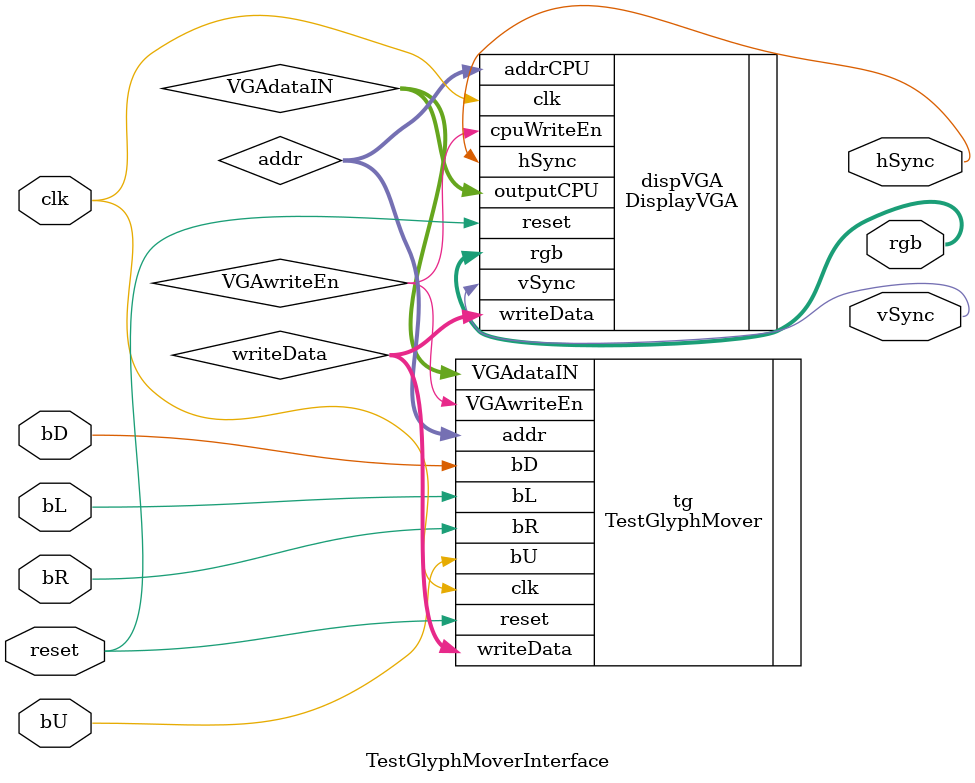
<source format=v>
`timescale 1ns / 1ps
module TestGlyphMoverInterface(
		input clk, reset,
		input bR, bL, bU, bD,
		output hSync, vSync,
		output [7:0] rgb
    );
	 
//Wires
wire [6:0] VGAdataIN;
wire [6:0] writeData;
wire [13:0] addr;

//Instantiate glyph mover
TestGlyphMover tg(.clk(clk), .reset(reset), .bR(bR), .bL(bL), .bU(bU), .bD(bD), .VGAdataIN(VGAdataIN),
						.VGAwriteEn(VGAwriteEn), .writeData(writeData), .addr(addr));
						
//Instantiate VGA
DisplayVGA dispVGA(.clk(clk), .reset(reset), .cpuWriteEn(VGAwriteEn), .writeData(writeData),
						.addrCPU(addr), .hSync(hSync), .vSync(vSync), .outputCPU(VGAdataIN),
						.rgb(rgb));
endmodule

</source>
